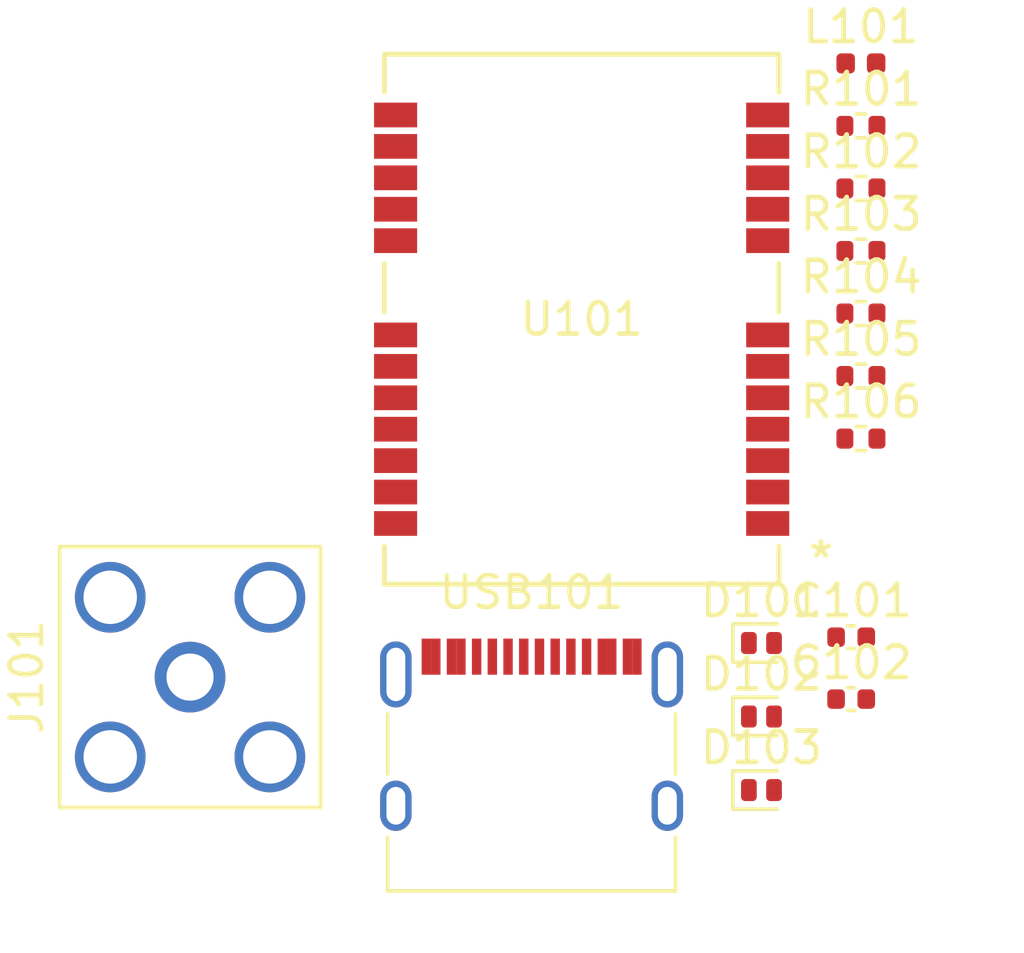
<source format=kicad_pcb>
(kicad_pcb (version 20240108) (generator "pcbnew") (generator_version "8.0")
  (layers (0 "F.Cu" signal) (31 "B.Cu" signal) (34 "B.Paste" user) (35 "F.Paste" user) (36 "B.SilkS" user "B.Silkscreen") (37 "F.SilkS" user "F.Silkscreen") (38 "B.Mask" user) (39 "F.Mask" user) (44 "Edge.Cuts" user))
  (net 0 "")
  (net 1 "GND")
  (net 2 "Net-(C101-Pad1)")
  (net 3 "3V3")
  (net 4 "Net-(D101-A2)")
  (net 5 "/USB_D+")
  (net 6 "/USB_D-")
  (net 7 "GPS_ANT1")
  (net 8 "Net-(USB101-CC1)")
  (net 9 "Net-(USB101-CC2)")
  (net 10 "VCC_RF")
  (net 11 "Net-(U101-RXD_{slash}_SPI_MOSI)")
  (net 12 "RX")
  (net 13 "Net-(U101-TXD_{slash}_SPI_MISO)")
  (net 14 "TX")
  (net 24 "V_BATT")
  (footprint "Resistor_SMD:R_0402_1005Metric" (layer "F.Cu") (at 157.765 74.595)
    (property "Reference" "R103" (at 0 -1.17 0) (layer "F.SilkS"))
    (property "Value" "10")
    (fp_line (start -0.153641 -0.38) (end 0.153641 -0.38) (stroke (width 0.12)) (layer "F.SilkS"))
    (fp_line (start -0.153641 0.38) (end 0.153641 0.38) (stroke (width 0.12)) (layer "F.SilkS"))
    (pad "1" smd roundrect (at -0.51 0) (size 0.54 0.64) (layers "F.Cu" "F.Paste" "F.Mask") (net 10 "VCC_RF"))
    (pad "2" smd roundrect (at 0.51 0) (size 0.54 0.64) (layers "F.Cu" "F.Paste" "F.Mask") (net 2 "Net-(C101-Pad1)"))
  )
  (footprint "Resistor_SMD:R_0402_1005Metric" (layer "F.Cu") (at 157.765 70.615)
    (property "Reference" "R101" (at 0 -1.17 0) (layer "F.SilkS"))
    (property "Value" "22k")
    (fp_line (start -0.153641 -0.38) (end 0.153641 -0.38) (stroke (width 0.12)) (layer "F.SilkS"))
    (fp_line (start -0.153641 0.38) (end 0.153641 0.38) (stroke (width 0.12)) (layer "F.SilkS"))
    (pad "1" smd roundrect (at -0.51 0) (size 0.54 0.64) (layers "F.Cu" "F.Paste" "F.Mask") (net 8 "Net-(USB101-CC1)"))
    (pad "2" smd roundrect (at 0.51 0) (size 0.54 0.64) (layers "F.Cu" "F.Paste" "F.Mask") (net 1 "GND"))
  )
  (footprint "Connector_USB:USB_C_Receptacle_XKB_U262-16XN-4BVC11" (layer "F.Cu") (at 147.285 91.175)
    (property "Reference" "USB101" (at 0 -5.715 0) (layer "F.SilkS"))
    (property "Value" "USB_C_Receptacle_USB2.0")
    (fp_line (start -4.58 -1.85) (end -4.58 0.07) (stroke (width 0.12)) (layer "F.SilkS"))
    (fp_line (start -4.58 3.785) (end -4.58 2.08) (stroke (width 0.12)) (layer "F.SilkS"))
    (fp_line (start 4.58 0.07) (end 4.58 -1.85) (stroke (width 0.12)) (layer "F.SilkS"))
    (fp_line (start 4.58 2.08) (end 4.58 3.785) (stroke (width 0.12)) (layer "F.SilkS"))
    (fp_line (start 4.58 3.785) (end -4.58 3.785) (stroke (width 0.12)) (layer "F.SilkS"))
    (pad "" np_thru_hole circle (at -2.89 -2.605) (size 0.65 0.65) (drill 0.65) (layers "*.Cu" "*.Mask"))
    (pad "" np_thru_hole circle (at 2.89 -2.605) (size 0.65 0.65) (drill 0.65) (layers "*.Cu" "*.Mask"))
    (pad "A1" smd rect (at -3.35 -3.67) (size 0.3 1.15) (layers "F.Cu" "F.Paste" "F.Mask") (net 1 "GND"))
    (pad "A4" smd rect (at -2.55 -3.67) (size 0.3 1.15) (layers "F.Cu" "F.Paste" "F.Mask") (net 4 "Net-(D101-A2)"))
    (pad "A5" smd rect (at -1.25 -3.67) (size 0.3 1.15) (layers "F.Cu" "F.Paste" "F.Mask") (net 8 "Net-(USB101-CC1)"))
    (pad "A6" smd rect (at -0.25 -3.67) (size 0.3 1.15) (layers "F.Cu" "F.Paste" "F.Mask") (net 5 "/USB_D+"))
    (pad "A7" smd rect (at 0.25 -3.67) (size 0.3 1.15) (layers "F.Cu" "F.Paste" "F.Mask") (net 6 "/USB_D-"))
    (pad "A8" smd rect (at 1.25 -3.67) (size 0.3 1.15) (layers "F.Cu" "F.Paste" "F.Mask"))
    (pad "A9" smd rect (at 2.55 -3.67) (size 0.3 1.15) (layers "F.Cu" "F.Paste" "F.Mask") (net 4 "Net-(D101-A2)"))
    (pad "A12" smd rect (at 3.35 -3.67) (size 0.3 1.15) (layers "F.Cu" "F.Paste" "F.Mask") (net 1 "GND"))
    (pad "B1" smd rect (at 3.05 -3.67) (size 0.3 1.15) (layers "F.Cu" "F.Paste" "F.Mask") (net 1 "GND"))
    (pad "B4" smd rect (at 2.25 -3.67) (size 0.3 1.15) (layers "F.Cu" "F.Paste" "F.Mask") (net 4 "Net-(D101-A2)"))
    (pad "B5" smd rect (at 1.75 -3.67) (size 0.3 1.15) (layers "F.Cu" "F.Paste" "F.Mask") (net 9 "Net-(USB101-CC2)"))
    (pad "B6" smd rect (at 0.75 -3.67) (size 0.3 1.15) (layers "F.Cu" "F.Paste" "F.Mask") (net 5 "/USB_D+"))
    (pad "B7" smd rect (at -0.75 -3.67) (size 0.3 1.15) (layers "F.Cu" "F.Paste" "F.Mask") (net 6 "/USB_D-"))
    (pad "B8" smd rect (at -1.75 -3.67) (size 0.3 1.15) (layers "F.Cu" "F.Paste" "F.Mask"))
    (pad "B9" smd rect (at -2.25 -3.67) (size 0.3 1.15) (layers "F.Cu" "F.Paste" "F.Mask") (net 4 "Net-(D101-A2)"))
    (pad "B12" smd rect (at -3.05 -3.67) (size 0.3 1.15) (layers "F.Cu" "F.Paste" "F.Mask") (net 1 "GND"))
    (pad "S1" thru_hole oval (at -4.32 -3.105) (size 1 2.1) (drill oval 0.6 1.7) (layers "*.Cu" "*.Mask") (net 1 "GND"))
    (pad "S1" thru_hole oval (at -4.32 1.075) (size 1 1.6) (drill oval 0.6 1.2) (layers "*.Cu" "*.Mask") (net 1 "GND"))
    (pad "S1" thru_hole oval (at 4.32 -3.105) (size 1 2.1) (drill oval 0.6 1.7) (layers "*.Cu" "*.Mask") (net 1 "GND"))
    (pad "S1" thru_hole oval (at 4.32 1.075) (size 1 1.6) (drill oval 0.6 1.2) (layers "*.Cu" "*.Mask") (net 1 "GND"))
  )
  (footprint "Diode_SMD:D_SOD-882D" (layer "F.Cu") (at 154.6 91.75)
    (property "Reference" "D103" (at 0 -1.35 0) (layer "F.SilkS"))
    (property "Value" "5V")
    (fp_line (start -0.91 -0.61) (end -0.91 0.61) (stroke (width 0.12)) (layer "F.SilkS"))
    (fp_line (start -0.91 -0.61) (end 0.5 -0.61) (stroke (width 0.12)) (layer "F.SilkS"))
    (fp_line (start -0.91 0.61) (end 0.5 0.61) (stroke (width 0.12)) (layer "F.SilkS"))
    (pad "1" smd roundrect (at -0.4 0) (size 0.5 0.7) (layers "F.Cu" "F.Mask") (net 1 "GND"))
    (pad "2" smd roundrect (at 0.4 0) (size 0.5 0.7) (layers "F.Cu" "F.Mask") (net 6 "/USB_D-"))
  )
  (footprint "Capacitor_SMD:C_0402_1005Metric" (layer "F.Cu") (at 157.455 88.855)
    (property "Reference" "C102" (at 0 -1.16 0) (layer "F.SilkS"))
    (property "Value" "100nF")
    (fp_line (start -0.107836 -0.36) (end 0.107836 -0.36) (stroke (width 0.12)) (layer "F.SilkS"))
    (fp_line (start -0.107836 0.36) (end 0.107836 0.36) (stroke (width 0.12)) (layer "F.SilkS"))
    (pad "1" smd roundrect (at -0.48 0) (size 0.56 0.62) (layers "F.Cu" "F.Paste" "F.Mask") (net 1 "GND"))
    (pad "2" smd roundrect (at 0.48 0) (size 0.56 0.62) (layers "F.Cu" "F.Paste" "F.Mask") (net 3 "3V3"))
  )
  (footprint "Resistor_SMD:R_0402_1005Metric" (layer "F.Cu") (at 157.765 78.575)
    (property "Reference" "R105" (at 0 -1.17 0) (layer "F.SilkS"))
    (property "Value" "33")
    (fp_line (start -0.153641 -0.38) (end 0.153641 -0.38) (stroke (width 0.12)) (layer "F.SilkS"))
    (fp_line (start -0.153641 0.38) (end 0.153641 0.38) (stroke (width 0.12)) (layer "F.SilkS"))
    (pad "1" smd roundrect (at -0.51 0) (size 0.54 0.64) (layers "F.Cu" "F.Paste" "F.Mask") (net 14 "TX"))
    (pad "2" smd roundrect (at 0.51 0) (size 0.54 0.64) (layers "F.Cu" "F.Paste" "F.Mask") (net 13 "Net-(U101-TXD_{slash}_SPI_MISO)"))
  )
  (footprint "Inductor_SMD:L_0402_1005Metric" (layer "F.Cu") (at 157.765 68.625)
    (property "Reference" "L101" (at 0 -1.17 0) (layer "F.SilkS"))
    (property "Value" "27nH, 300mA")
    (pad "1" smd roundrect (at -0.485 0) (size 0.59 0.64) (layers "F.Cu" "F.Paste" "F.Mask") (net 7 "GPS_ANT1"))
    (pad "2" smd roundrect (at 0.485 0) (size 0.59 0.64) (layers "F.Cu" "F.Paste" "F.Mask") (net 2 "Net-(C101-Pad1)"))
  )
  (footprint "Resistor_SMD:R_0402_1005Metric" (layer "F.Cu") (at 157.765 80.565)
    (property "Reference" "R106" (at 0 -1.17 0) (layer "F.SilkS"))
    (property "Value" "100K")
    (fp_line (start -0.153641 -0.38) (end 0.153641 -0.38) (stroke (width 0.12)) (layer "F.SilkS"))
    (fp_line (start -0.153641 0.38) (end 0.153641 0.38) (stroke (width 0.12)) (layer "F.SilkS"))
    (pad "1" smd roundrect (at -0.51 0) (size 0.54 0.64) (layers "F.Cu" "F.Paste" "F.Mask") (net 3 "3V3"))
    (pad "2" smd roundrect (at 0.51 0) (size 0.54 0.64) (layers "F.Cu" "F.Paste" "F.Mask") (net 1 "GND"))
  )
  (footprint "Resistor_SMD:R_0402_1005Metric" (layer "F.Cu") (at 157.765 76.585)
    (property "Reference" "R104" (at 0 -1.17 0) (layer "F.SilkS"))
    (property "Value" "33")
    (fp_line (start -0.153641 -0.38) (end 0.153641 -0.38) (stroke (width 0.12)) (layer "F.SilkS"))
    (fp_line (start -0.153641 0.38) (end 0.153641 0.38) (stroke (width 0.12)) (layer "F.SilkS"))
    (pad "1" smd roundrect (at -0.51 0) (size 0.54 0.64) (layers "F.Cu" "F.Paste" "F.Mask") (net 12 "RX"))
    (pad "2" smd roundrect (at 0.51 0) (size 0.54 0.64) (layers "F.Cu" "F.Paste" "F.Mask") (net 11 "Net-(U101-RXD_{slash}_SPI_MOSI)"))
  )
  (footprint "Diode_SMD:D_SOD-882D" (layer "F.Cu") (at 154.6 87.07)
    (property "Reference" "D101" (at 0 -1.35 0) (layer "F.SilkS"))
    (property "Value" "5V")
    (fp_line (start -0.91 -0.61) (end -0.91 0.61) (stroke (width 0.12)) (layer "F.SilkS"))
    (fp_line (start -0.91 -0.61) (end 0.5 -0.61) (stroke (width 0.12)) (layer "F.SilkS"))
    (fp_line (start -0.91 0.61) (end 0.5 0.61) (stroke (width 0.12)) (layer "F.SilkS"))
    (pad "1" smd roundrect (at -0.4 0) (size 0.5 0.7) (layers "F.Cu" "F.Mask") (net 1 "GND"))
    (pad "2" smd roundrect (at 0.4 0) (size 0.5 0.7) (layers "F.Cu" "F.Mask") (net 4 "Net-(D101-A2)"))
  )
  (footprint "Connector_Coaxial:SMA_Amphenol_132203-12_Horizontal" (layer "F.Cu") (at 136.415 88.155)
    (property "Reference" "J101" (at -5.2 0 90) (layer "F.SilkS"))
    (property "Value" "SMA")
    (fp_line (start -4.15 -4.15) (end -4.15 4.15) (stroke (width 0.12)) (layer "F.SilkS"))
    (fp_line (start -4.15 -4.15) (end 4.15 -4.15) (stroke (width 0.12)) (layer "F.SilkS"))
    (fp_line (start -4.15 4.15) (end 4.15 4.15) (stroke (width 0.12)) (layer "F.SilkS"))
    (fp_line (start 4.15 -4.15) (end 4.15 4.15) (stroke (width 0.12)) (layer "F.SilkS"))
    (pad "1" thru_hole circle (at 0 0) (size 2.25 2.25) (drill 1.5) (layers "*.Cu" "*.Mask") (net 7 "GPS_ANT1"))
    (pad "2" thru_hole circle (at -2.54 -2.54) (size 2.25 2.25) (drill 1.7) (layers "*.Cu" "*.Mask") (net 1 "GND"))
    (pad "2" thru_hole circle (at -2.54 2.54) (size 2.25 2.25) (drill 1.7) (layers "*.Cu" "*.Mask") (net 1 "GND"))
    (pad "2" thru_hole circle (at 2.54 -2.54) (size 2.25 2.25) (drill 1.7) (layers "*.Cu" "*.Mask") (net 1 "GND"))
    (pad "2" thru_hole circle (at 2.54 2.54 90) (size 2.25 2.25) (drill 1.7) (layers "*.Cu" "*.Mask") (net 1 "GND"))
  )
  (footprint "Capacitor_SMD:C_0402_1005Metric" (layer "F.Cu") (at 157.455 86.885)
    (property "Reference" "C101" (at 0 -1.16 0) (layer "F.SilkS"))
    (property "Value" "100nF")
    (fp_line (start -0.107836 -0.36) (end 0.107836 -0.36) (stroke (width 0.12)) (layer "F.SilkS"))
    (fp_line (start -0.107836 0.36) (end 0.107836 0.36) (stroke (width 0.12)) (layer "F.SilkS"))
    (pad "1" smd roundrect (at -0.48 0) (size 0.56 0.62) (layers "F.Cu" "F.Paste" "F.Mask") (net 2 "Net-(C101-Pad1)"))
    (pad "2" smd roundrect (at 0.48 0) (size 0.56 0.62) (layers "F.Cu" "F.Paste" "F.Mask") (net 1 "GND"))
  )
  (footprint "Resistor_SMD:R_0402_1005Metric" (layer "F.Cu") (at 157.765 72.605)
    (property "Reference" "R102" (at 0 -1.17 0) (layer "F.SilkS"))
    (property "Value" "22k")
    (fp_line (start -0.153641 -0.38) (end 0.153641 -0.38) (stroke (width 0.12)) (layer "F.SilkS"))
    (fp_line (start -0.153641 0.38) (end 0.153641 0.38) (stroke (width 0.12)) (layer "F.SilkS"))
    (pad "1" smd roundrect (at -0.51 0) (size 0.54 0.64) (layers "F.Cu" "F.Paste" "F.Mask") (net 9 "Net-(USB101-CC2)"))
    (pad "2" smd roundrect (at 0.51 0) (size 0.54 0.64) (layers "F.Cu" "F.Paste" "F.Mask") (net 1 "GND"))
  )
  (footprint "Diode_SMD:D_SOD-882D" (layer "F.Cu") (at 154.6 89.41)
    (property "Reference" "D102" (at 0 -1.35 0) (layer "F.SilkS"))
    (property "Value" "5V")
    (fp_line (start -0.91 -0.61) (end -0.91 0.61) (stroke (width 0.12)) (layer "F.SilkS"))
    (fp_line (start -0.91 -0.61) (end 0.5 -0.61) (stroke (width 0.12)) (layer "F.SilkS"))
    (fp_line (start -0.91 0.61) (end 0.5 0.61) (stroke (width 0.12)) (layer "F.SilkS"))
    (pad "1" smd roundrect (at -0.4 0) (size 0.5 0.7) (layers "F.Cu" "F.Mask") (net 1 "GND"))
    (pad "2" smd roundrect (at 0.4 0) (size 0.5 0.7) (layers "F.Cu" "F.Mask") (net 5 "/USB_D+"))
  )
  (footprint "WOBClibrary:SMT_9N-00B_UBL" (layer "F.Cu") (at 148.877401 76.766)
    (property "Reference" "U101" (at 0 0 0) (layer "F.SilkS"))
    (property "Value" "NEO-M9N-00B")
    (fp_line (start -6.277001 -8.4328) (end -6.277001 -7.22644) (stroke (width 0.1524)) (layer "F.SilkS"))
    (fp_line (start -6.277001 -8.4328) (end 6.277001 -8.4328) (stroke (width 0.1524)) (layer "F.SilkS"))
    (fp_line (start -6.277001 -7.22644) (end -6.277001 -8.4328) (stroke (width 0.1524)) (layer "F.SilkS"))
    (fp_line (start -6.277001 -1.77356) (end -6.277001 -0.226438) (stroke (width 0.1524)) (layer "F.SilkS"))
    (fp_line (start -6.277001 7.22644) (end -6.277001 8.4328) (stroke (width 0.1524)) (layer "F.SilkS"))
    (fp_line (start -6.277001 7.22644) (end -6.277001 8.4328) (stroke (width 0.1524)) (layer "F.SilkS"))
    (fp_line (start -6.277001 8.4328) (end 6.277001 8.4328) (stroke (width 0.1524)) (layer "F.SilkS"))
    (fp_line (start -6.277001 8.4328) (end 6.277001 8.4328) (stroke (width 0.1524)) (layer "F.SilkS"))
    (fp_line (start 6.277001 -8.4328) (end -6.277001 -8.4328) (stroke (width 0.1524)) (layer "F.SilkS"))
    (fp_line (start 6.277001 -7.22644) (end 6.277001 -8.4328) (stroke (width 0.1524)) (layer "F.SilkS"))
    (fp_line (start 6.277001 -7.22644) (end 6.277001 -8.4328) (stroke (width 0.1524)) (layer "F.SilkS"))
    (fp_line (start 6.277001 -0.226441) (end 6.277001 -1.77356) (stroke (width 0.1524)) (layer "F.SilkS"))
    (fp_line (start 6.277001 7.22644) (end 6.277001 8.4328) (stroke (width 0.1524)) (layer "F.SilkS"))
    (fp_line (start 6.277001 8.4328) (end 6.277001 7.22644) (stroke (width 0.1524)) (layer "F.SilkS"))
    (fp_text user "*" (at 7.62 7.62 0) (layer "F.SilkS"))
    (fp_text user "*" (at 7.62 7.62 0) (layer "F.SilkS"))
    (pad "1" smd rect (at 5.9214 6.5) (size 1.3716 0.7874) (layers "F.Cu" "F.Paste" "F.Mask"))
    (pad "2" smd rect (at 5.9214 5.499999) (size 1.3716 0.7874) (layers "F.Cu" "F.Paste" "F.Mask"))
    (pad "3" smd rect (at 5.9214 4.499999) (size 1.3716 0.7874) (layers "F.Cu" "F.Paste" "F.Mask"))
    (pad "4" smd rect (at 5.9214 3.500001) (size 1.3716 0.7874) (layers "F.Cu" "F.Paste" "F.Mask"))
    (pad "5" smd rect (at 5.9214 2.5) (size 1.3716 0.7874) (layers "F.Cu" "F.Paste" "F.Mask") (net 6 "/USB_D-"))
    (pad "6" smd rect (at 5.9214 1.5) (size 1.3716 0.7874) (layers "F.Cu" "F.Paste" "F.Mask") (net 5 "/USB_D+"))
    (pad "7" smd rect (at 5.9214 0.499999) (size 1.3716 0.7874) (layers "F.Cu" "F.Paste" "F.Mask"))
    (pad "8" smd rect (at 5.9214 -2.5) (size 1.3716 0.7874) (layers "F.Cu" "F.Paste" "F.Mask"))
    (pad "9" smd rect (at 5.9214 -3.500001) (size 1.3716 0.7874) (layers "F.Cu" "F.Paste" "F.Mask") (net 10 "VCC_RF"))
    (pad "10" smd rect (at 5.9214 -4.500001) (size 1.3716 0.7874) (layers "F.Cu" "F.Paste" "F.Mask") (net 1 "GND"))
    (pad "11" smd rect (at 5.9214 -5.499999) (size 1.3716 0.7874) (layers "F.Cu" "F.Paste" "F.Mask") (net 7 "GPS_ANT1"))
    (pad "12" smd rect (at 5.9214 -6.5) (size 1.3716 0.7874) (layers "F.Cu" "F.Paste" "F.Mask") (net 1 "GND"))
    (pad "13" smd rect (at -5.9214 -6.5) (size 1.3716 0.7874) (layers "F.Cu" "F.Paste" "F.Mask") (net 1 "GND"))
    (pad "14" smd rect (at -5.9214 -5.499999) (size 1.3716 0.7874) (layers "F.Cu" "F.Paste" "F.Mask"))
    (pad "15" smd rect (at -5.9214 -4.499999) (size 1.3716 0.7874) (layers "F.Cu" "F.Paste" "F.Mask"))
    (pad "16" smd rect (at -5.9214 -3.500001) (size 1.3716 0.7874) (layers "F.Cu" "F.Paste" "F.Mask"))
    (pad "17" smd rect (at -5.9214 -2.5) (size 1.3716 0.7874) (layers "F.Cu" "F.Paste" "F.Mask"))
    (pad "18" smd rect (at -5.9214 0.500002) (size 1.3716 0.7874) (layers "F.Cu" "F.Paste" "F.Mask"))
    (pad "19" smd rect (at -5.9214 1.5) (size 1.3716 0.7874) (layers "F.Cu" "F.Paste" "F.Mask"))
    (pad "20" smd rect (at -5.9214 2.5) (size 1.3716 0.7874) (layers "F.Cu" "F.Paste" "F.Mask") (net 13 "Net-(U101-TXD_{slash}_SPI_MISO)"))
    (pad "21" smd rect (at -5.9214 3.500001) (size 1.3716 0.7874) (layers "F.Cu" "F.Paste" "F.Mask") (net 11 "Net-(U101-RXD_{slash}_SPI_MOSI)"))
    (pad "22" smd rect (at -5.9214 4.500001) (size 1.3716 0.7874) (layers "F.Cu" "F.Paste" "F.Mask") (net 24 "V_BATT"))
    (pad "23" smd rect (at -5.9214 5.499999) (size 1.3716 0.7874) (layers "F.Cu" "F.Paste" "F.Mask") (net 3 "3V3"))
    (pad "24" smd rect (at -5.9214 6.5) (size 1.3716 0.7874) (layers "F.Cu" "F.Paste" "F.Mask") (net 1 "GND"))
  )
)
</source>
